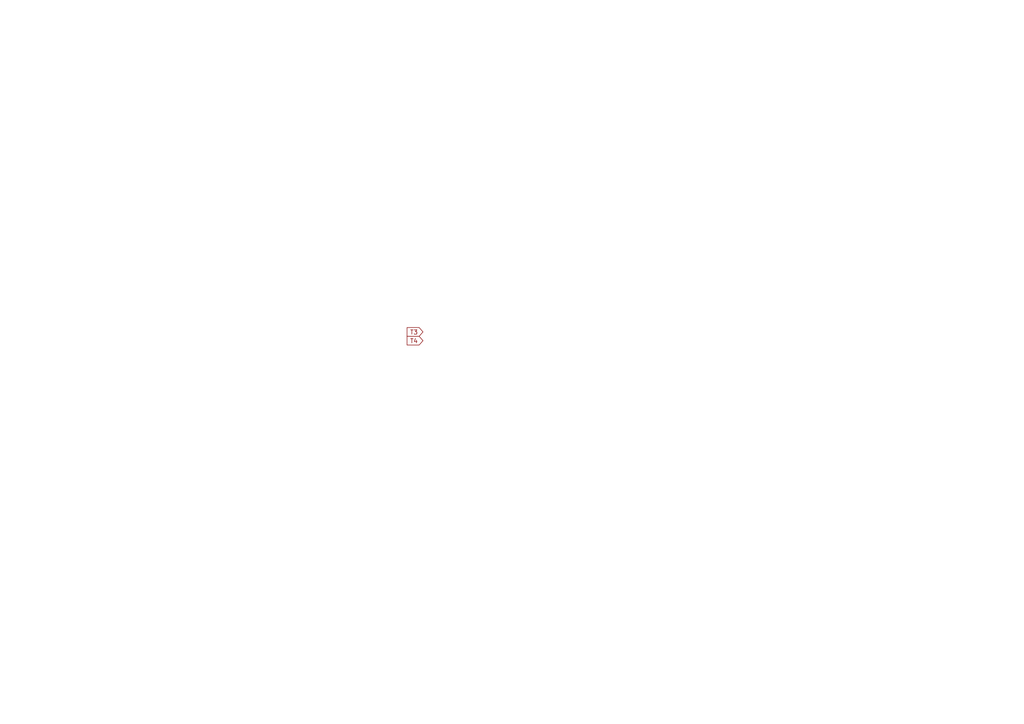
<source format=kicad_sch>
(kicad_sch (version 20211123) (generator eeschema)
  (paper "A4")
  (lib_symbols)
  (global_label "T4" (shape input) (at 122.682 98.806 180) (property "Intersheet References" "${INTERSHEET_REFS}" (effects hide)))
  (global_label "T3" (shape input) (at 122.682 96.266 180) (property "Intersheet References" "${INTERSHEET_REFS}" (effects hide)))
)
</source>
